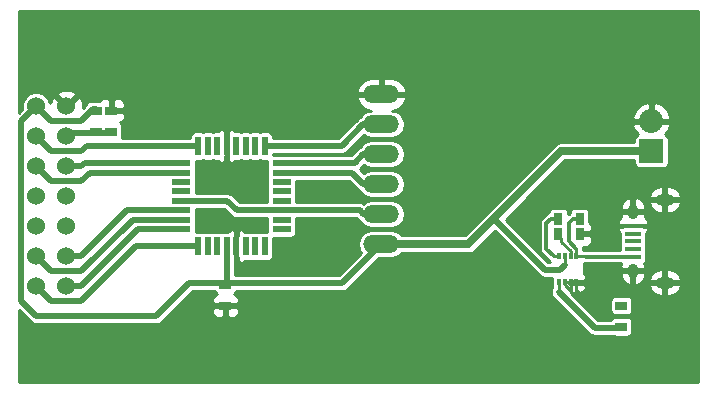
<source format=gbr>
G04 #@! TF.FileFunction,Copper,L1,Top,Signal*
%FSLAX46Y46*%
G04 Gerber Fmt 4.6, Leading zero omitted, Abs format (unit mm)*
G04 Created by KiCad (PCBNEW no-vcs-found-product) date Tue 21 Jul 2015 10:22:54 PM EEST*
%MOMM*%
G01*
G04 APERTURE LIST*
%ADD10C,0.100000*%
%ADD11C,1.524000*%
%ADD12R,1.000000X0.800000*%
%ADD13R,0.550000X1.600000*%
%ADD14R,1.600000X0.550000*%
%ADD15O,3.014980X1.506220*%
%ADD16R,0.300000X0.600000*%
%ADD17R,2.032000X2.032000*%
%ADD18O,2.032000X2.032000*%
%ADD19R,1.350000X0.400000*%
%ADD20O,0.950000X1.250000*%
%ADD21O,1.550000X1.000000*%
%ADD22R,0.800000X1.000000*%
%ADD23C,0.250000*%
%ADD24C,0.500000*%
%ADD25C,0.700000*%
%ADD26C,0.300000*%
%ADD27C,0.254000*%
G04 APERTURE END LIST*
D10*
D11*
X144780000Y-92710000D03*
X142240000Y-92710000D03*
X144780000Y-95250000D03*
X142240000Y-95250000D03*
X144780000Y-97790000D03*
X142240000Y-97790000D03*
X144780000Y-100330000D03*
X142240000Y-100330000D03*
X144780000Y-102870000D03*
X142240000Y-102870000D03*
X144780000Y-105410000D03*
X142240000Y-105410000D03*
X144780000Y-107950000D03*
X142240000Y-107950000D03*
D12*
X158242000Y-107812000D03*
X158242000Y-109612000D03*
X148590000Y-93080000D03*
X148590000Y-94880000D03*
X147320000Y-93080000D03*
X147320000Y-94880000D03*
D13*
X155950000Y-104580000D03*
X156750000Y-104580000D03*
X157550000Y-104580000D03*
X158350000Y-104580000D03*
X159150000Y-104580000D03*
X159950000Y-104580000D03*
X160750000Y-104580000D03*
X161550000Y-104580000D03*
D14*
X163000000Y-103130000D03*
X163000000Y-102330000D03*
X163000000Y-101530000D03*
X163000000Y-100730000D03*
X163000000Y-99930000D03*
X163000000Y-99130000D03*
X163000000Y-98330000D03*
X163000000Y-97530000D03*
D13*
X161550000Y-96080000D03*
X160750000Y-96080000D03*
X159950000Y-96080000D03*
X159150000Y-96080000D03*
X158350000Y-96080000D03*
X157550000Y-96080000D03*
X156750000Y-96080000D03*
X155950000Y-96080000D03*
D14*
X154500000Y-97530000D03*
X154500000Y-98330000D03*
X154500000Y-99130000D03*
X154500000Y-99930000D03*
X154500000Y-100730000D03*
X154500000Y-101530000D03*
X154500000Y-102330000D03*
X154500000Y-103130000D03*
D15*
X171450000Y-104394000D03*
X171450000Y-101854000D03*
X171450000Y-99314000D03*
X171450000Y-96774000D03*
X171450000Y-94234000D03*
X171450000Y-91694000D03*
D12*
X191770000Y-111390000D03*
X191770000Y-109590000D03*
D16*
X187960000Y-105410000D03*
X187460000Y-105410000D03*
X186960000Y-105410000D03*
X186460000Y-105410000D03*
X186460000Y-107610000D03*
X186960000Y-107610000D03*
X187460000Y-107610000D03*
X187960000Y-107610000D03*
D17*
X194310000Y-96520000D03*
D18*
X194310000Y-93980000D03*
D19*
X192747460Y-105440900D03*
X192747460Y-104790900D03*
X192747460Y-104140900D03*
X192747460Y-103490900D03*
X192747460Y-102840900D03*
D20*
X192747460Y-106640900D03*
X192747460Y-101640900D03*
D21*
X195447460Y-107640900D03*
X195447460Y-100640900D03*
D22*
X186425000Y-103505000D03*
X188225000Y-103505000D03*
X188225000Y-102235000D03*
X186425000Y-102235000D03*
D23*
X186960000Y-107610000D02*
X186960000Y-107860000D01*
X186960000Y-107860000D02*
X187460000Y-108360000D01*
X187460000Y-107610000D02*
X187460000Y-108360000D01*
X187960000Y-108460000D02*
X188000000Y-108500000D01*
X187960000Y-108460000D02*
X187960000Y-107610000D01*
X187600000Y-108500000D02*
X188000000Y-108500000D01*
X187460000Y-108360000D02*
X187600000Y-108500000D01*
X186960000Y-107610000D02*
X187460000Y-107610000D01*
D24*
X148590000Y-94980000D02*
X147320000Y-94980000D01*
X147320000Y-94980000D02*
X147304000Y-94996000D01*
X147304000Y-94996000D02*
X145034000Y-94996000D01*
X145034000Y-94996000D02*
X144780000Y-95250000D01*
X142240000Y-92710000D02*
X140970000Y-93980000D01*
X155178000Y-107712000D02*
X158242000Y-107712000D01*
X152400000Y-110490000D02*
X155178000Y-107712000D01*
X142240000Y-110490000D02*
X152400000Y-110490000D01*
X140970000Y-109220000D02*
X142240000Y-110490000D01*
X140970000Y-93980000D02*
X140970000Y-109220000D01*
X185547000Y-106553000D02*
X185293000Y-106553000D01*
X186960000Y-106156000D02*
X186563000Y-106553000D01*
X186563000Y-106553000D02*
X185547000Y-106553000D01*
D23*
X186960000Y-105410000D02*
X186960000Y-106156000D01*
D24*
X180975000Y-102235000D02*
X180340000Y-102870000D01*
X185293000Y-106553000D02*
X180975000Y-102235000D01*
D25*
X194310000Y-96520000D02*
X186690000Y-96520000D01*
X178816000Y-104394000D02*
X171450000Y-104394000D01*
X186690000Y-96520000D02*
X180340000Y-102870000D01*
X180340000Y-102870000D02*
X178816000Y-104394000D01*
D24*
X158242000Y-107712000D02*
X168132000Y-107712000D01*
X168132000Y-107712000D02*
X171450000Y-104394000D01*
X158350000Y-104580000D02*
X158350000Y-107604000D01*
X158350000Y-107604000D02*
X158242000Y-107712000D01*
X147320000Y-92980000D02*
X147050000Y-92980000D01*
X147050000Y-92980000D02*
X146050000Y-93980000D01*
X146050000Y-93980000D02*
X143510000Y-93980000D01*
X143510000Y-93980000D02*
X142240000Y-92710000D01*
X147320000Y-92980000D02*
X147304000Y-92980000D01*
X144780000Y-96520000D02*
X146050000Y-96520000D01*
X143510000Y-96520000D02*
X144780000Y-96520000D01*
X142240000Y-95250000D02*
X143510000Y-96520000D01*
X146490000Y-96080000D02*
X155950000Y-96080000D01*
X146050000Y-96520000D02*
X146490000Y-96080000D01*
X144780000Y-97790000D02*
X146050000Y-97790000D01*
X146310000Y-97530000D02*
X154500000Y-97530000D01*
X146050000Y-97790000D02*
X146310000Y-97530000D01*
X144780000Y-99060000D02*
X146050000Y-99060000D01*
X143510000Y-99060000D02*
X144780000Y-99060000D01*
X142240000Y-97790000D02*
X143510000Y-99060000D01*
X146780000Y-98330000D02*
X154500000Y-98330000D01*
X146050000Y-99060000D02*
X146780000Y-98330000D01*
X144780000Y-105410000D02*
X146050000Y-105410000D01*
X149930000Y-101530000D02*
X154500000Y-101530000D01*
X146050000Y-105410000D02*
X149930000Y-101530000D01*
X144780000Y-106680000D02*
X146050000Y-106680000D01*
X143510000Y-106680000D02*
X144780000Y-106680000D01*
X142240000Y-105410000D02*
X143510000Y-106680000D01*
X150400000Y-102330000D02*
X154500000Y-102330000D01*
X146050000Y-106680000D02*
X150400000Y-102330000D01*
X144780000Y-107950000D02*
X146050000Y-107950000D01*
X150870000Y-103130000D02*
X154500000Y-103130000D01*
X146050000Y-107950000D02*
X150870000Y-103130000D01*
X144780000Y-109220000D02*
X146050000Y-109220000D01*
X143510000Y-109220000D02*
X144780000Y-109220000D01*
X142240000Y-107950000D02*
X143510000Y-109220000D01*
X150690000Y-104580000D02*
X155950000Y-104580000D01*
X146050000Y-109220000D02*
X150690000Y-104580000D01*
X171450000Y-99314000D02*
X169926000Y-99314000D01*
X168942000Y-98330000D02*
X163000000Y-98330000D01*
X169926000Y-99314000D02*
X168942000Y-98330000D01*
X171450000Y-96774000D02*
X169926000Y-96774000D01*
X169170000Y-97530000D02*
X163000000Y-97530000D01*
X169926000Y-96774000D02*
X169170000Y-97530000D01*
X171450000Y-94234000D02*
X169926000Y-94234000D01*
X168080000Y-96080000D02*
X161550000Y-96080000D01*
X169926000Y-94234000D02*
X168080000Y-96080000D01*
X171450000Y-101854000D02*
X169926000Y-101854000D01*
X169602000Y-101530000D02*
X163000000Y-101530000D01*
X169926000Y-101854000D02*
X169602000Y-101530000D01*
X154500000Y-100730000D02*
X158388000Y-100730000D01*
X159188000Y-101530000D02*
X163000000Y-101530000D01*
X158388000Y-100730000D02*
X159188000Y-101530000D01*
D23*
X186460000Y-107610000D02*
X186460000Y-108434000D01*
D24*
X189516000Y-111490000D02*
X191770000Y-111490000D01*
X186460000Y-108434000D02*
X189516000Y-111490000D01*
D26*
X192747460Y-105440900D02*
X188752900Y-105440900D01*
D23*
X188722000Y-105410000D02*
X187960000Y-105410000D01*
X188752900Y-105440900D02*
X188722000Y-105410000D01*
D26*
X188325000Y-102235000D02*
X187706000Y-102235000D01*
D23*
X187960000Y-104775000D02*
X187960000Y-105410000D01*
D26*
X187325000Y-104140000D02*
X187960000Y-104775000D01*
X187325000Y-102616000D02*
X187325000Y-104140000D01*
X187706000Y-102235000D02*
X187325000Y-102616000D01*
D23*
X187460000Y-105410000D02*
X187460000Y-104946754D01*
X186690000Y-104176754D02*
X186690000Y-103870000D01*
X187460000Y-104946754D02*
X186690000Y-104176754D01*
X186690000Y-103870000D02*
X186325000Y-103505000D01*
D26*
X186325000Y-102235000D02*
X185801000Y-102235000D01*
D23*
X186055000Y-105410000D02*
X186460000Y-105410000D01*
D26*
X185420000Y-104775000D02*
X186055000Y-105410000D01*
X185420000Y-102616000D02*
X185420000Y-104775000D01*
X185801000Y-102235000D02*
X185420000Y-102616000D01*
D27*
G36*
X198273000Y-116073000D02*
X140727000Y-116073000D01*
X140727000Y-109934422D01*
X141761289Y-110968711D01*
X141980923Y-111115466D01*
X142240000Y-111167000D01*
X152400000Y-111167000D01*
X152659077Y-111115466D01*
X152878711Y-110968711D01*
X153949672Y-109897750D01*
X157107000Y-109897750D01*
X157107000Y-110138309D01*
X157203673Y-110371698D01*
X157382301Y-110550327D01*
X157615690Y-110647000D01*
X157956250Y-110647000D01*
X158115000Y-110488250D01*
X158115000Y-109739000D01*
X158369000Y-109739000D01*
X158369000Y-110488250D01*
X158527750Y-110647000D01*
X158868310Y-110647000D01*
X159101699Y-110550327D01*
X159280327Y-110371698D01*
X159377000Y-110138309D01*
X159377000Y-109897750D01*
X159218250Y-109739000D01*
X158369000Y-109739000D01*
X158115000Y-109739000D01*
X158115000Y-109739000D01*
X157265750Y-109739000D01*
X157107000Y-109897750D01*
X153949672Y-109897750D01*
X155458422Y-108389000D01*
X157347543Y-108389000D01*
X157432224Y-108517912D01*
X157556242Y-108601624D01*
X157382301Y-108673673D01*
X157203673Y-108852302D01*
X157107000Y-109085691D01*
X157107000Y-109326250D01*
X157265750Y-109485000D01*
X158115000Y-109485000D01*
X158115000Y-109465000D01*
X158369000Y-109465000D01*
X158369000Y-109485000D01*
X159218250Y-109485000D01*
X159377000Y-109326250D01*
X159377000Y-109085691D01*
X159280327Y-108852302D01*
X159101699Y-108673673D01*
X158926899Y-108601268D01*
X159047912Y-108521776D01*
X159137536Y-108389000D01*
X168132000Y-108389000D01*
X168391077Y-108337466D01*
X168610711Y-108190711D01*
X171227313Y-105574110D01*
X172242279Y-105574110D01*
X172693888Y-105484279D01*
X173076743Y-105228464D01*
X173115139Y-105171000D01*
X178816000Y-105171000D01*
X179113345Y-105111854D01*
X179365422Y-104943422D01*
X181045711Y-103263133D01*
X184814289Y-107031711D01*
X185033923Y-107178466D01*
X185293000Y-107230000D01*
X185890679Y-107230000D01*
X185874635Y-107310000D01*
X185874635Y-107910000D01*
X185905445Y-108068798D01*
X185834534Y-108174924D01*
X185783000Y-108434000D01*
X185834534Y-108693076D01*
X185981289Y-108912711D01*
X189037289Y-111968712D01*
X189256924Y-112115467D01*
X189516000Y-112167000D01*
X191065539Y-112167000D01*
X191102132Y-112191700D01*
X191270000Y-112225365D01*
X192270000Y-112225365D01*
X192432814Y-112193776D01*
X192575912Y-112099776D01*
X192671700Y-111957868D01*
X192705365Y-111790000D01*
X192705365Y-110990000D01*
X192673776Y-110827186D01*
X192579776Y-110684088D01*
X192437868Y-110588300D01*
X192270000Y-110554635D01*
X191270000Y-110554635D01*
X191107186Y-110586224D01*
X190964088Y-110680224D01*
X190874464Y-110813000D01*
X189796423Y-110813000D01*
X188173423Y-109190000D01*
X190834635Y-109190000D01*
X190834635Y-109990000D01*
X190866224Y-110152814D01*
X190960224Y-110295912D01*
X191102132Y-110391700D01*
X191270000Y-110425365D01*
X192270000Y-110425365D01*
X192432814Y-110393776D01*
X192575912Y-110299776D01*
X192671700Y-110157868D01*
X192705365Y-109990000D01*
X192705365Y-109190000D01*
X192673776Y-109027186D01*
X192579776Y-108884088D01*
X192437868Y-108788300D01*
X192270000Y-108754635D01*
X191270000Y-108754635D01*
X191107186Y-108786224D01*
X190964088Y-108880224D01*
X190868300Y-109022132D01*
X190834635Y-109190000D01*
X188173423Y-109190000D01*
X187528422Y-108545000D01*
X187587002Y-108545000D01*
X187587002Y-108504950D01*
X187683691Y-108545000D01*
X187736309Y-108545000D01*
X187969698Y-108448327D01*
X188035000Y-108383025D01*
X188035000Y-108386250D01*
X188193750Y-108545000D01*
X188236309Y-108545000D01*
X188469698Y-108448327D01*
X188648327Y-108269699D01*
X188745000Y-108036310D01*
X188745000Y-107942774D01*
X194078341Y-107942774D01*
X194280092Y-108353663D01*
X194620782Y-108640902D01*
X195045460Y-108775900D01*
X195320460Y-108775900D01*
X195320460Y-107767900D01*
X195574460Y-107767900D01*
X195574460Y-108775900D01*
X195849460Y-108775900D01*
X196274138Y-108640902D01*
X196614828Y-108353663D01*
X196816579Y-107942774D01*
X196690414Y-107767900D01*
X195574460Y-107767900D01*
X195320460Y-107767900D01*
X195320460Y-107767900D01*
X194204506Y-107767900D01*
X194078341Y-107942774D01*
X188745000Y-107942774D01*
X188745000Y-107895750D01*
X188586250Y-107737000D01*
X187313000Y-107737000D01*
X187313000Y-107483000D01*
X188586250Y-107483000D01*
X188745000Y-107324250D01*
X188745000Y-107183690D01*
X188648327Y-106950301D01*
X188640057Y-106942031D01*
X191646231Y-106942031D01*
X191787892Y-107351949D01*
X192075639Y-107676452D01*
X192449522Y-107860168D01*
X192620460Y-107733634D01*
X192620460Y-106767900D01*
X192874460Y-106767900D01*
X192874460Y-107733634D01*
X193045398Y-107860168D01*
X193419281Y-107676452D01*
X193707028Y-107351949D01*
X193711493Y-107339026D01*
X194078341Y-107339026D01*
X194204506Y-107513900D01*
X195320460Y-107513900D01*
X195320460Y-106505900D01*
X195574460Y-106505900D01*
X195574460Y-107513900D01*
X196690414Y-107513900D01*
X196816579Y-107339026D01*
X196614828Y-106928137D01*
X196274138Y-106640898D01*
X195849460Y-106505900D01*
X195574460Y-106505900D01*
X195320460Y-106505900D01*
X195320460Y-106505900D01*
X195045460Y-106505900D01*
X194620782Y-106640898D01*
X194280092Y-106928137D01*
X194078341Y-107339026D01*
X193711493Y-107339026D01*
X193848689Y-106942031D01*
X193700023Y-106767900D01*
X192874460Y-106767900D01*
X192620460Y-106767900D01*
X192620460Y-106767900D01*
X191794897Y-106767900D01*
X191646231Y-106942031D01*
X188640057Y-106942031D01*
X188627000Y-106928974D01*
X188627000Y-105992857D01*
X188752900Y-106017900D01*
X191757464Y-106017900D01*
X191646231Y-106339769D01*
X191794897Y-106513900D01*
X192620460Y-106513900D01*
X192620460Y-106493900D01*
X192874460Y-106493900D01*
X192874460Y-106513900D01*
X193700023Y-106513900D01*
X193848689Y-106339769D01*
X193716842Y-105958250D01*
X193728372Y-105950676D01*
X193824160Y-105808768D01*
X193857825Y-105640900D01*
X193857825Y-105240900D01*
X193833172Y-105113833D01*
X193857825Y-104990900D01*
X193857825Y-104590900D01*
X193833172Y-104463833D01*
X193857825Y-104340900D01*
X193857825Y-103940900D01*
X193833172Y-103813833D01*
X193857825Y-103690900D01*
X193857825Y-103503560D01*
X193960787Y-103400599D01*
X194057460Y-103167210D01*
X194057460Y-103099650D01*
X193898710Y-102940900D01*
X193666921Y-102940900D01*
X193590328Y-102889200D01*
X193422460Y-102855535D01*
X193054827Y-102855535D01*
X193288122Y-102740900D01*
X193898710Y-102740900D01*
X194057460Y-102582150D01*
X194057460Y-102514590D01*
X193960787Y-102281201D01*
X193790370Y-102110785D01*
X193848689Y-101942031D01*
X193700023Y-101767900D01*
X192874460Y-101767900D01*
X192874460Y-101787900D01*
X192620460Y-101787900D01*
X192620460Y-101767900D01*
X191794897Y-101767900D01*
X191646231Y-101942031D01*
X191704550Y-102110785D01*
X191534133Y-102281201D01*
X191437460Y-102514590D01*
X191437460Y-102582150D01*
X191596210Y-102740900D01*
X192206798Y-102740900D01*
X192440093Y-102855535D01*
X192072460Y-102855535D01*
X191909646Y-102887124D01*
X191827782Y-102940900D01*
X191596210Y-102940900D01*
X191437460Y-103099650D01*
X191437460Y-103167210D01*
X191534133Y-103400599D01*
X191637095Y-103503560D01*
X191637095Y-103690900D01*
X191661748Y-103817967D01*
X191637095Y-103940900D01*
X191637095Y-104340900D01*
X191661748Y-104467967D01*
X191637095Y-104590900D01*
X191637095Y-104863900D01*
X188752900Y-104863900D01*
X188752281Y-104864023D01*
X188722000Y-104858000D01*
X188520491Y-104858000D01*
X188537001Y-104775000D01*
X188509997Y-104639247D01*
X188510750Y-104640000D01*
X188751309Y-104640000D01*
X188984698Y-104543327D01*
X189163327Y-104364699D01*
X189260000Y-104131310D01*
X189260000Y-103790750D01*
X189101250Y-103632000D01*
X188352000Y-103632000D01*
X188352000Y-103652000D01*
X188098000Y-103652000D01*
X188098000Y-103632000D01*
X188078000Y-103632000D01*
X188078000Y-103378000D01*
X188098000Y-103378000D01*
X188098000Y-103358000D01*
X188352000Y-103358000D01*
X188352000Y-103378000D01*
X189101250Y-103378000D01*
X189260000Y-103219250D01*
X189260000Y-102878690D01*
X189163327Y-102645301D01*
X189060365Y-102542340D01*
X189060365Y-101735000D01*
X189028776Y-101572186D01*
X188934776Y-101429088D01*
X188802452Y-101339769D01*
X191646231Y-101339769D01*
X191794897Y-101513900D01*
X192620460Y-101513900D01*
X192620460Y-100548166D01*
X192874460Y-100548166D01*
X192874460Y-101513900D01*
X193700023Y-101513900D01*
X193848689Y-101339769D01*
X193711494Y-100942774D01*
X194078341Y-100942774D01*
X194280092Y-101353663D01*
X194620782Y-101640902D01*
X195045460Y-101775900D01*
X195320460Y-101775900D01*
X195320460Y-100767900D01*
X195574460Y-100767900D01*
X195574460Y-101775900D01*
X195849460Y-101775900D01*
X196274138Y-101640902D01*
X196614828Y-101353663D01*
X196816579Y-100942774D01*
X196690414Y-100767900D01*
X195574460Y-100767900D01*
X195320460Y-100767900D01*
X195320460Y-100767900D01*
X194204506Y-100767900D01*
X194078341Y-100942774D01*
X193711494Y-100942774D01*
X193707028Y-100929851D01*
X193419281Y-100605348D01*
X193045398Y-100421632D01*
X192874460Y-100548166D01*
X192620460Y-100548166D01*
X192620460Y-100548166D01*
X192449522Y-100421632D01*
X192075639Y-100605348D01*
X191787892Y-100929851D01*
X191646231Y-101339769D01*
X188802452Y-101339769D01*
X188792868Y-101333300D01*
X188625000Y-101299635D01*
X187825000Y-101299635D01*
X187662186Y-101331224D01*
X187519088Y-101425224D01*
X187423300Y-101567132D01*
X187389635Y-101735000D01*
X187389635Y-101765770D01*
X187297999Y-101826999D01*
X187297997Y-101827002D01*
X187260365Y-101864634D01*
X187260365Y-101735000D01*
X187228776Y-101572186D01*
X187134776Y-101429088D01*
X186992868Y-101333300D01*
X186825000Y-101299635D01*
X186025000Y-101299635D01*
X185862186Y-101331224D01*
X185719088Y-101425224D01*
X185623300Y-101567132D01*
X185596937Y-101698591D01*
X185580192Y-101701922D01*
X185392999Y-101826999D01*
X185392997Y-101827002D01*
X185011999Y-102207999D01*
X184886922Y-102395192D01*
X184842999Y-102616000D01*
X184843000Y-102616005D01*
X184843000Y-104774995D01*
X184842999Y-104775000D01*
X184886922Y-104995808D01*
X185011999Y-105183001D01*
X185647000Y-105818001D01*
X185733802Y-105876000D01*
X185573422Y-105876000D01*
X182003133Y-102305711D01*
X183969818Y-100339026D01*
X194078341Y-100339026D01*
X194204506Y-100513900D01*
X195320460Y-100513900D01*
X195320460Y-99505900D01*
X195574460Y-99505900D01*
X195574460Y-100513900D01*
X196690414Y-100513900D01*
X196816579Y-100339026D01*
X196614828Y-99928137D01*
X196274138Y-99640898D01*
X195849460Y-99505900D01*
X195574460Y-99505900D01*
X195320460Y-99505900D01*
X195320460Y-99505900D01*
X195045460Y-99505900D01*
X194620782Y-99640898D01*
X194280092Y-99928137D01*
X194078341Y-100339026D01*
X183969818Y-100339026D01*
X187011844Y-97297000D01*
X192858635Y-97297000D01*
X192858635Y-97536000D01*
X192890224Y-97698814D01*
X192984224Y-97841912D01*
X193126132Y-97937700D01*
X193294000Y-97971365D01*
X195326000Y-97971365D01*
X195488814Y-97939776D01*
X195631912Y-97845776D01*
X195727700Y-97703868D01*
X195761365Y-97536000D01*
X195761365Y-95504000D01*
X195729776Y-95341186D01*
X195635776Y-95198088D01*
X195493868Y-95102300D01*
X195480180Y-95099555D01*
X195716385Y-94844818D01*
X195915975Y-94362944D01*
X195796836Y-94107000D01*
X194437000Y-94107000D01*
X194437000Y-94127000D01*
X194183000Y-94127000D01*
X194183000Y-94107000D01*
X192823164Y-94107000D01*
X192704025Y-94362944D01*
X192903615Y-94844818D01*
X193139030Y-95098702D01*
X193131186Y-95100224D01*
X192988088Y-95194224D01*
X192892300Y-95336132D01*
X192858635Y-95504000D01*
X192858635Y-95743000D01*
X186690000Y-95743000D01*
X186392655Y-95802146D01*
X186140578Y-95970578D01*
X178494156Y-103617000D01*
X173115139Y-103617000D01*
X173076743Y-103559536D01*
X172693888Y-103303721D01*
X172242279Y-103213890D01*
X170657721Y-103213890D01*
X170206112Y-103303721D01*
X169823257Y-103559536D01*
X169567442Y-103942391D01*
X169477611Y-104394000D01*
X169567442Y-104845609D01*
X169757110Y-105129468D01*
X167851578Y-107035000D01*
X159027000Y-107035000D01*
X159027000Y-105546372D01*
X159060365Y-105380000D01*
X159060365Y-103780000D01*
X159028776Y-103617186D01*
X159023000Y-103608393D01*
X159023000Y-103303750D01*
X158864250Y-103145000D01*
X158748690Y-103145000D01*
X158515301Y-103241673D01*
X158412340Y-103344635D01*
X158075000Y-103344635D01*
X157947933Y-103369288D01*
X157825000Y-103344635D01*
X157275000Y-103344635D01*
X157147933Y-103369288D01*
X157025000Y-103344635D01*
X156475000Y-103344635D01*
X156347933Y-103369288D01*
X156225000Y-103344635D01*
X155735365Y-103344635D01*
X155735365Y-102855000D01*
X155710712Y-102727933D01*
X155735365Y-102605000D01*
X155735365Y-102055000D01*
X155710712Y-101927933D01*
X155735365Y-101805000D01*
X155735365Y-101407000D01*
X158107578Y-101407000D01*
X158709289Y-102008711D01*
X158928923Y-102155466D01*
X159188000Y-102207000D01*
X161764635Y-102207000D01*
X161764635Y-102605000D01*
X161789288Y-102732067D01*
X161764635Y-102855000D01*
X161764635Y-103344635D01*
X161275000Y-103344635D01*
X161147933Y-103369288D01*
X161025000Y-103344635D01*
X160475000Y-103344635D01*
X160347933Y-103369288D01*
X160225000Y-103344635D01*
X159887660Y-103344635D01*
X159784699Y-103241673D01*
X159551310Y-103145000D01*
X159435750Y-103145000D01*
X159277000Y-103303750D01*
X159277000Y-103606651D01*
X159273300Y-103612132D01*
X159239635Y-103780000D01*
X159239635Y-105380000D01*
X159271224Y-105542814D01*
X159277000Y-105551607D01*
X159277000Y-105856250D01*
X159435750Y-106015000D01*
X159551310Y-106015000D01*
X159784699Y-105918327D01*
X159887660Y-105815365D01*
X160225000Y-105815365D01*
X160352067Y-105790712D01*
X160475000Y-105815365D01*
X161025000Y-105815365D01*
X161152067Y-105790712D01*
X161275000Y-105815365D01*
X161825000Y-105815365D01*
X161987814Y-105783776D01*
X162130912Y-105689776D01*
X162226700Y-105547868D01*
X162260365Y-105380000D01*
X162260365Y-103840365D01*
X163800000Y-103840365D01*
X163962814Y-103808776D01*
X164105912Y-103714776D01*
X164201700Y-103572868D01*
X164235365Y-103405000D01*
X164235365Y-102855000D01*
X164210712Y-102727933D01*
X164235365Y-102605000D01*
X164235365Y-102207000D01*
X169321578Y-102207000D01*
X169447289Y-102332711D01*
X169666923Y-102479466D01*
X169686167Y-102483294D01*
X169823257Y-102688464D01*
X170206112Y-102944279D01*
X170657721Y-103034110D01*
X172242279Y-103034110D01*
X172693888Y-102944279D01*
X173076743Y-102688464D01*
X173332558Y-102305609D01*
X173422389Y-101854000D01*
X173332558Y-101402391D01*
X173076743Y-101019536D01*
X172693888Y-100763721D01*
X172242279Y-100673890D01*
X170657721Y-100673890D01*
X170206112Y-100763721D01*
X169928223Y-100949400D01*
X169861077Y-100904534D01*
X169602000Y-100853000D01*
X164235365Y-100853000D01*
X164235365Y-100455000D01*
X164210712Y-100327933D01*
X164235365Y-100205000D01*
X164235365Y-99655000D01*
X164210712Y-99527933D01*
X164235365Y-99405000D01*
X164235365Y-99007000D01*
X168661578Y-99007000D01*
X169447289Y-99792711D01*
X169666923Y-99939466D01*
X169686167Y-99943294D01*
X169823257Y-100148464D01*
X170206112Y-100404279D01*
X170657721Y-100494110D01*
X172242279Y-100494110D01*
X172693888Y-100404279D01*
X173076743Y-100148464D01*
X173332558Y-99765609D01*
X173422389Y-99314000D01*
X173332558Y-98862391D01*
X173076743Y-98479536D01*
X172693888Y-98223721D01*
X172242279Y-98133890D01*
X170657721Y-98133890D01*
X170206112Y-98223721D01*
X169958555Y-98389133D01*
X169606403Y-98036981D01*
X169648711Y-98008711D01*
X169958555Y-97698867D01*
X170206112Y-97864279D01*
X170657721Y-97954110D01*
X172242279Y-97954110D01*
X172693888Y-97864279D01*
X173076743Y-97608464D01*
X173332558Y-97225609D01*
X173422389Y-96774000D01*
X173332558Y-96322391D01*
X173076743Y-95939536D01*
X172693888Y-95683721D01*
X172242279Y-95593890D01*
X170657721Y-95593890D01*
X170206112Y-95683721D01*
X169823257Y-95939536D01*
X169686167Y-96144706D01*
X169666923Y-96148534D01*
X169579423Y-96207000D01*
X169447288Y-96295289D01*
X168889578Y-96853000D01*
X163966372Y-96853000D01*
X163800000Y-96819635D01*
X162260365Y-96819635D01*
X162260365Y-96757000D01*
X168080000Y-96757000D01*
X168339077Y-96705466D01*
X168558711Y-96558711D01*
X169958555Y-95158867D01*
X170206112Y-95324279D01*
X170657721Y-95414110D01*
X172242279Y-95414110D01*
X172693888Y-95324279D01*
X173076743Y-95068464D01*
X173332558Y-94685609D01*
X173422389Y-94234000D01*
X173332558Y-93782391D01*
X173208722Y-93597056D01*
X192704025Y-93597056D01*
X192823164Y-93853000D01*
X194183000Y-93853000D01*
X194183000Y-92492633D01*
X194437000Y-92492633D01*
X194437000Y-93853000D01*
X195796836Y-93853000D01*
X195915975Y-93597056D01*
X195716385Y-93115182D01*
X195278379Y-92642812D01*
X194692946Y-92374017D01*
X194437000Y-92492633D01*
X194183000Y-92492633D01*
X194183000Y-92492633D01*
X193927054Y-92374017D01*
X193341621Y-92642812D01*
X192903615Y-93115182D01*
X192704025Y-93597056D01*
X173208722Y-93597056D01*
X173076743Y-93399536D01*
X172693888Y-93143721D01*
X172352598Y-93075834D01*
X172852919Y-92927846D01*
X173275724Y-92585740D01*
X173535427Y-92107875D01*
X173549783Y-92035674D01*
X173427162Y-91821000D01*
X171577000Y-91821000D01*
X171577000Y-91841000D01*
X171323000Y-91841000D01*
X171323000Y-91821000D01*
X169472838Y-91821000D01*
X169350217Y-92035674D01*
X169364573Y-92107875D01*
X169624276Y-92585740D01*
X170047081Y-92927846D01*
X170547402Y-93075834D01*
X170206112Y-93143721D01*
X169823257Y-93399536D01*
X169686167Y-93604706D01*
X169666923Y-93608534D01*
X169498721Y-93720923D01*
X169447289Y-93755289D01*
X167799578Y-95403000D01*
X162260365Y-95403000D01*
X162260365Y-95280000D01*
X162228776Y-95117186D01*
X162134776Y-94974088D01*
X161992868Y-94878300D01*
X161825000Y-94844635D01*
X161275000Y-94844635D01*
X161147933Y-94869288D01*
X161025000Y-94844635D01*
X160475000Y-94844635D01*
X160347933Y-94869288D01*
X160225000Y-94844635D01*
X159675000Y-94844635D01*
X159547933Y-94869288D01*
X159425000Y-94844635D01*
X159087660Y-94844635D01*
X158984699Y-94741673D01*
X158751310Y-94645000D01*
X158635750Y-94645000D01*
X158477000Y-94803750D01*
X158477000Y-95106651D01*
X158473300Y-95112132D01*
X158439635Y-95280000D01*
X158439635Y-96880000D01*
X158471224Y-97042814D01*
X158477000Y-97051607D01*
X158477000Y-97356250D01*
X158635750Y-97515000D01*
X158751310Y-97515000D01*
X158984699Y-97418327D01*
X159087660Y-97315365D01*
X159425000Y-97315365D01*
X159552067Y-97290712D01*
X159675000Y-97315365D01*
X160225000Y-97315365D01*
X160352067Y-97290712D01*
X160475000Y-97315365D01*
X161025000Y-97315365D01*
X161152067Y-97290712D01*
X161275000Y-97315365D01*
X161764635Y-97315365D01*
X161764635Y-97805000D01*
X161789288Y-97932067D01*
X161764635Y-98055000D01*
X161764635Y-98605000D01*
X161789288Y-98732067D01*
X161764635Y-98855000D01*
X161764635Y-99405000D01*
X161789288Y-99532067D01*
X161764635Y-99655000D01*
X161764635Y-100205000D01*
X161789288Y-100332067D01*
X161764635Y-100455000D01*
X161764635Y-100853000D01*
X159468422Y-100853000D01*
X158866711Y-100251289D01*
X158647077Y-100104534D01*
X158388000Y-100053000D01*
X155735365Y-100053000D01*
X155735365Y-99655000D01*
X155710712Y-99527933D01*
X155735365Y-99405000D01*
X155735365Y-98855000D01*
X155710712Y-98727933D01*
X155735365Y-98605000D01*
X155735365Y-98055000D01*
X155710712Y-97927933D01*
X155735365Y-97805000D01*
X155735365Y-97315365D01*
X156225000Y-97315365D01*
X156352067Y-97290712D01*
X156475000Y-97315365D01*
X157025000Y-97315365D01*
X157152067Y-97290712D01*
X157275000Y-97315365D01*
X157612340Y-97315365D01*
X157715301Y-97418327D01*
X157948690Y-97515000D01*
X158064250Y-97515000D01*
X158223000Y-97356250D01*
X158223000Y-97053349D01*
X158226700Y-97047868D01*
X158260365Y-96880000D01*
X158260365Y-95280000D01*
X158228776Y-95117186D01*
X158223000Y-95108393D01*
X158223000Y-94803750D01*
X158064250Y-94645000D01*
X157948690Y-94645000D01*
X157715301Y-94741673D01*
X157612340Y-94844635D01*
X157275000Y-94844635D01*
X157147933Y-94869288D01*
X157025000Y-94844635D01*
X156475000Y-94844635D01*
X156347933Y-94869288D01*
X156225000Y-94844635D01*
X155675000Y-94844635D01*
X155512186Y-94876224D01*
X155369088Y-94970224D01*
X155273300Y-95112132D01*
X155239635Y-95280000D01*
X155239635Y-95403000D01*
X149500698Y-95403000D01*
X149525365Y-95280000D01*
X149525365Y-94480000D01*
X149493776Y-94317186D01*
X149399776Y-94174088D01*
X149275758Y-94090376D01*
X149449699Y-94018327D01*
X149628327Y-93839698D01*
X149725000Y-93606309D01*
X149725000Y-93365750D01*
X149566250Y-93207000D01*
X148717000Y-93207000D01*
X148717000Y-93227000D01*
X148463000Y-93227000D01*
X148463000Y-93207000D01*
X148443000Y-93207000D01*
X148443000Y-92953000D01*
X148463000Y-92953000D01*
X148463000Y-92203750D01*
X148717000Y-92203750D01*
X148717000Y-92953000D01*
X149566250Y-92953000D01*
X149725000Y-92794250D01*
X149725000Y-92553691D01*
X149628327Y-92320302D01*
X149449699Y-92141673D01*
X149216310Y-92045000D01*
X148875750Y-92045000D01*
X148717000Y-92203750D01*
X148463000Y-92203750D01*
X148463000Y-92203750D01*
X148304250Y-92045000D01*
X147963690Y-92045000D01*
X147730301Y-92141673D01*
X147627340Y-92244635D01*
X146820000Y-92244635D01*
X146657186Y-92276224D01*
X146514088Y-92370224D01*
X146418300Y-92512132D01*
X146384635Y-92680000D01*
X146384635Y-92687942D01*
X146187511Y-92885067D01*
X146161362Y-92362632D01*
X146002397Y-91978857D01*
X145760213Y-91909392D01*
X144959605Y-92710000D01*
X144973748Y-92724143D01*
X144794143Y-92903748D01*
X144780000Y-92889605D01*
X144765858Y-92903748D01*
X144586253Y-92724143D01*
X144600395Y-92710000D01*
X143799787Y-91909392D01*
X143557603Y-91978857D01*
X143403210Y-92411615D01*
X143248573Y-92037365D01*
X142941531Y-91729787D01*
X143979392Y-91729787D01*
X144780000Y-92530395D01*
X145580608Y-91729787D01*
X145511143Y-91487603D01*
X145131967Y-91352326D01*
X169350217Y-91352326D01*
X169472838Y-91567000D01*
X171323000Y-91567000D01*
X171323000Y-90305890D01*
X171577000Y-90305890D01*
X171577000Y-91567000D01*
X173427162Y-91567000D01*
X173549783Y-91352326D01*
X173535427Y-91280125D01*
X173275724Y-90802260D01*
X172852919Y-90460154D01*
X172331380Y-90305890D01*
X171577000Y-90305890D01*
X171323000Y-90305890D01*
X171323000Y-90305890D01*
X170568620Y-90305890D01*
X170047081Y-90460154D01*
X169624276Y-90802260D01*
X169364573Y-91280125D01*
X169350217Y-91352326D01*
X145131967Y-91352326D01*
X144987698Y-91300856D01*
X144432632Y-91328638D01*
X144048857Y-91487603D01*
X143979392Y-91729787D01*
X142941531Y-91729787D01*
X142914394Y-91702603D01*
X142477544Y-91521207D01*
X142004531Y-91520794D01*
X141567365Y-91701427D01*
X141232603Y-92035606D01*
X141051207Y-92472456D01*
X141050797Y-92941781D01*
X140727000Y-93265578D01*
X140727000Y-84627000D01*
X198273000Y-84627000D01*
X198273000Y-116073000D01*
X198273000Y-116073000D01*
G37*
X198273000Y-116073000D02*
X140727000Y-116073000D01*
X140727000Y-109934422D01*
X141761289Y-110968711D01*
X141980923Y-111115466D01*
X142240000Y-111167000D01*
X152400000Y-111167000D01*
X152659077Y-111115466D01*
X152878711Y-110968711D01*
X153949672Y-109897750D01*
X157107000Y-109897750D01*
X157107000Y-110138309D01*
X157203673Y-110371698D01*
X157382301Y-110550327D01*
X157615690Y-110647000D01*
X157956250Y-110647000D01*
X158115000Y-110488250D01*
X158115000Y-109739000D01*
X158369000Y-109739000D01*
X158369000Y-110488250D01*
X158527750Y-110647000D01*
X158868310Y-110647000D01*
X159101699Y-110550327D01*
X159280327Y-110371698D01*
X159377000Y-110138309D01*
X159377000Y-109897750D01*
X159218250Y-109739000D01*
X158369000Y-109739000D01*
X158115000Y-109739000D01*
X158115000Y-109739000D01*
X157265750Y-109739000D01*
X157107000Y-109897750D01*
X153949672Y-109897750D01*
X155458422Y-108389000D01*
X157347543Y-108389000D01*
X157432224Y-108517912D01*
X157556242Y-108601624D01*
X157382301Y-108673673D01*
X157203673Y-108852302D01*
X157107000Y-109085691D01*
X157107000Y-109326250D01*
X157265750Y-109485000D01*
X158115000Y-109485000D01*
X158115000Y-109465000D01*
X158369000Y-109465000D01*
X158369000Y-109485000D01*
X159218250Y-109485000D01*
X159377000Y-109326250D01*
X159377000Y-109085691D01*
X159280327Y-108852302D01*
X159101699Y-108673673D01*
X158926899Y-108601268D01*
X159047912Y-108521776D01*
X159137536Y-108389000D01*
X168132000Y-108389000D01*
X168391077Y-108337466D01*
X168610711Y-108190711D01*
X171227313Y-105574110D01*
X172242279Y-105574110D01*
X172693888Y-105484279D01*
X173076743Y-105228464D01*
X173115139Y-105171000D01*
X178816000Y-105171000D01*
X179113345Y-105111854D01*
X179365422Y-104943422D01*
X181045711Y-103263133D01*
X184814289Y-107031711D01*
X185033923Y-107178466D01*
X185293000Y-107230000D01*
X185890679Y-107230000D01*
X185874635Y-107310000D01*
X185874635Y-107910000D01*
X185905445Y-108068798D01*
X185834534Y-108174924D01*
X185783000Y-108434000D01*
X185834534Y-108693076D01*
X185981289Y-108912711D01*
X189037289Y-111968712D01*
X189256924Y-112115467D01*
X189516000Y-112167000D01*
X191065539Y-112167000D01*
X191102132Y-112191700D01*
X191270000Y-112225365D01*
X192270000Y-112225365D01*
X192432814Y-112193776D01*
X192575912Y-112099776D01*
X192671700Y-111957868D01*
X192705365Y-111790000D01*
X192705365Y-110990000D01*
X192673776Y-110827186D01*
X192579776Y-110684088D01*
X192437868Y-110588300D01*
X192270000Y-110554635D01*
X191270000Y-110554635D01*
X191107186Y-110586224D01*
X190964088Y-110680224D01*
X190874464Y-110813000D01*
X189796423Y-110813000D01*
X188173423Y-109190000D01*
X190834635Y-109190000D01*
X190834635Y-109990000D01*
X190866224Y-110152814D01*
X190960224Y-110295912D01*
X191102132Y-110391700D01*
X191270000Y-110425365D01*
X192270000Y-110425365D01*
X192432814Y-110393776D01*
X192575912Y-110299776D01*
X192671700Y-110157868D01*
X192705365Y-109990000D01*
X192705365Y-109190000D01*
X192673776Y-109027186D01*
X192579776Y-108884088D01*
X192437868Y-108788300D01*
X192270000Y-108754635D01*
X191270000Y-108754635D01*
X191107186Y-108786224D01*
X190964088Y-108880224D01*
X190868300Y-109022132D01*
X190834635Y-109190000D01*
X188173423Y-109190000D01*
X187528422Y-108545000D01*
X187587002Y-108545000D01*
X187587002Y-108504950D01*
X187683691Y-108545000D01*
X187736309Y-108545000D01*
X187969698Y-108448327D01*
X188035000Y-108383025D01*
X188035000Y-108386250D01*
X188193750Y-108545000D01*
X188236309Y-108545000D01*
X188469698Y-108448327D01*
X188648327Y-108269699D01*
X188745000Y-108036310D01*
X188745000Y-107942774D01*
X194078341Y-107942774D01*
X194280092Y-108353663D01*
X194620782Y-108640902D01*
X195045460Y-108775900D01*
X195320460Y-108775900D01*
X195320460Y-107767900D01*
X195574460Y-107767900D01*
X195574460Y-108775900D01*
X195849460Y-108775900D01*
X196274138Y-108640902D01*
X196614828Y-108353663D01*
X196816579Y-107942774D01*
X196690414Y-107767900D01*
X195574460Y-107767900D01*
X195320460Y-107767900D01*
X195320460Y-107767900D01*
X194204506Y-107767900D01*
X194078341Y-107942774D01*
X188745000Y-107942774D01*
X188745000Y-107895750D01*
X188586250Y-107737000D01*
X187313000Y-107737000D01*
X187313000Y-107483000D01*
X188586250Y-107483000D01*
X188745000Y-107324250D01*
X188745000Y-107183690D01*
X188648327Y-106950301D01*
X188640057Y-106942031D01*
X191646231Y-106942031D01*
X191787892Y-107351949D01*
X192075639Y-107676452D01*
X192449522Y-107860168D01*
X192620460Y-107733634D01*
X192620460Y-106767900D01*
X192874460Y-106767900D01*
X192874460Y-107733634D01*
X193045398Y-107860168D01*
X193419281Y-107676452D01*
X193707028Y-107351949D01*
X193711493Y-107339026D01*
X194078341Y-107339026D01*
X194204506Y-107513900D01*
X195320460Y-107513900D01*
X195320460Y-106505900D01*
X195574460Y-106505900D01*
X195574460Y-107513900D01*
X196690414Y-107513900D01*
X196816579Y-107339026D01*
X196614828Y-106928137D01*
X196274138Y-106640898D01*
X195849460Y-106505900D01*
X195574460Y-106505900D01*
X195320460Y-106505900D01*
X195320460Y-106505900D01*
X195045460Y-106505900D01*
X194620782Y-106640898D01*
X194280092Y-106928137D01*
X194078341Y-107339026D01*
X193711493Y-107339026D01*
X193848689Y-106942031D01*
X193700023Y-106767900D01*
X192874460Y-106767900D01*
X192620460Y-106767900D01*
X192620460Y-106767900D01*
X191794897Y-106767900D01*
X191646231Y-106942031D01*
X188640057Y-106942031D01*
X188627000Y-106928974D01*
X188627000Y-105992857D01*
X188752900Y-106017900D01*
X191757464Y-106017900D01*
X191646231Y-106339769D01*
X191794897Y-106513900D01*
X192620460Y-106513900D01*
X192620460Y-106493900D01*
X192874460Y-106493900D01*
X192874460Y-106513900D01*
X193700023Y-106513900D01*
X193848689Y-106339769D01*
X193716842Y-105958250D01*
X193728372Y-105950676D01*
X193824160Y-105808768D01*
X193857825Y-105640900D01*
X193857825Y-105240900D01*
X193833172Y-105113833D01*
X193857825Y-104990900D01*
X193857825Y-104590900D01*
X193833172Y-104463833D01*
X193857825Y-104340900D01*
X193857825Y-103940900D01*
X193833172Y-103813833D01*
X193857825Y-103690900D01*
X193857825Y-103503560D01*
X193960787Y-103400599D01*
X194057460Y-103167210D01*
X194057460Y-103099650D01*
X193898710Y-102940900D01*
X193666921Y-102940900D01*
X193590328Y-102889200D01*
X193422460Y-102855535D01*
X193054827Y-102855535D01*
X193288122Y-102740900D01*
X193898710Y-102740900D01*
X194057460Y-102582150D01*
X194057460Y-102514590D01*
X193960787Y-102281201D01*
X193790370Y-102110785D01*
X193848689Y-101942031D01*
X193700023Y-101767900D01*
X192874460Y-101767900D01*
X192874460Y-101787900D01*
X192620460Y-101787900D01*
X192620460Y-101767900D01*
X191794897Y-101767900D01*
X191646231Y-101942031D01*
X191704550Y-102110785D01*
X191534133Y-102281201D01*
X191437460Y-102514590D01*
X191437460Y-102582150D01*
X191596210Y-102740900D01*
X192206798Y-102740900D01*
X192440093Y-102855535D01*
X192072460Y-102855535D01*
X191909646Y-102887124D01*
X191827782Y-102940900D01*
X191596210Y-102940900D01*
X191437460Y-103099650D01*
X191437460Y-103167210D01*
X191534133Y-103400599D01*
X191637095Y-103503560D01*
X191637095Y-103690900D01*
X191661748Y-103817967D01*
X191637095Y-103940900D01*
X191637095Y-104340900D01*
X191661748Y-104467967D01*
X191637095Y-104590900D01*
X191637095Y-104863900D01*
X188752900Y-104863900D01*
X188752281Y-104864023D01*
X188722000Y-104858000D01*
X188520491Y-104858000D01*
X188537001Y-104775000D01*
X188509997Y-104639247D01*
X188510750Y-104640000D01*
X188751309Y-104640000D01*
X188984698Y-104543327D01*
X189163327Y-104364699D01*
X189260000Y-104131310D01*
X189260000Y-103790750D01*
X189101250Y-103632000D01*
X188352000Y-103632000D01*
X188352000Y-103652000D01*
X188098000Y-103652000D01*
X188098000Y-103632000D01*
X188078000Y-103632000D01*
X188078000Y-103378000D01*
X188098000Y-103378000D01*
X188098000Y-103358000D01*
X188352000Y-103358000D01*
X188352000Y-103378000D01*
X189101250Y-103378000D01*
X189260000Y-103219250D01*
X189260000Y-102878690D01*
X189163327Y-102645301D01*
X189060365Y-102542340D01*
X189060365Y-101735000D01*
X189028776Y-101572186D01*
X188934776Y-101429088D01*
X188802452Y-101339769D01*
X191646231Y-101339769D01*
X191794897Y-101513900D01*
X192620460Y-101513900D01*
X192620460Y-100548166D01*
X192874460Y-100548166D01*
X192874460Y-101513900D01*
X193700023Y-101513900D01*
X193848689Y-101339769D01*
X193711494Y-100942774D01*
X194078341Y-100942774D01*
X194280092Y-101353663D01*
X194620782Y-101640902D01*
X195045460Y-101775900D01*
X195320460Y-101775900D01*
X195320460Y-100767900D01*
X195574460Y-100767900D01*
X195574460Y-101775900D01*
X195849460Y-101775900D01*
X196274138Y-101640902D01*
X196614828Y-101353663D01*
X196816579Y-100942774D01*
X196690414Y-100767900D01*
X195574460Y-100767900D01*
X195320460Y-100767900D01*
X195320460Y-100767900D01*
X194204506Y-100767900D01*
X194078341Y-100942774D01*
X193711494Y-100942774D01*
X193707028Y-100929851D01*
X193419281Y-100605348D01*
X193045398Y-100421632D01*
X192874460Y-100548166D01*
X192620460Y-100548166D01*
X192620460Y-100548166D01*
X192449522Y-100421632D01*
X192075639Y-100605348D01*
X191787892Y-100929851D01*
X191646231Y-101339769D01*
X188802452Y-101339769D01*
X188792868Y-101333300D01*
X188625000Y-101299635D01*
X187825000Y-101299635D01*
X187662186Y-101331224D01*
X187519088Y-101425224D01*
X187423300Y-101567132D01*
X187389635Y-101735000D01*
X187389635Y-101765770D01*
X187297999Y-101826999D01*
X187297997Y-101827002D01*
X187260365Y-101864634D01*
X187260365Y-101735000D01*
X187228776Y-101572186D01*
X187134776Y-101429088D01*
X186992868Y-101333300D01*
X186825000Y-101299635D01*
X186025000Y-101299635D01*
X185862186Y-101331224D01*
X185719088Y-101425224D01*
X185623300Y-101567132D01*
X185596937Y-101698591D01*
X185580192Y-101701922D01*
X185392999Y-101826999D01*
X185392997Y-101827002D01*
X185011999Y-102207999D01*
X184886922Y-102395192D01*
X184842999Y-102616000D01*
X184843000Y-102616005D01*
X184843000Y-104774995D01*
X184842999Y-104775000D01*
X184886922Y-104995808D01*
X185011999Y-105183001D01*
X185647000Y-105818001D01*
X185733802Y-105876000D01*
X185573422Y-105876000D01*
X182003133Y-102305711D01*
X183969818Y-100339026D01*
X194078341Y-100339026D01*
X194204506Y-100513900D01*
X195320460Y-100513900D01*
X195320460Y-99505900D01*
X195574460Y-99505900D01*
X195574460Y-100513900D01*
X196690414Y-100513900D01*
X196816579Y-100339026D01*
X196614828Y-99928137D01*
X196274138Y-99640898D01*
X195849460Y-99505900D01*
X195574460Y-99505900D01*
X195320460Y-99505900D01*
X195320460Y-99505900D01*
X195045460Y-99505900D01*
X194620782Y-99640898D01*
X194280092Y-99928137D01*
X194078341Y-100339026D01*
X183969818Y-100339026D01*
X187011844Y-97297000D01*
X192858635Y-97297000D01*
X192858635Y-97536000D01*
X192890224Y-97698814D01*
X192984224Y-97841912D01*
X193126132Y-97937700D01*
X193294000Y-97971365D01*
X195326000Y-97971365D01*
X195488814Y-97939776D01*
X195631912Y-97845776D01*
X195727700Y-97703868D01*
X195761365Y-97536000D01*
X195761365Y-95504000D01*
X195729776Y-95341186D01*
X195635776Y-95198088D01*
X195493868Y-95102300D01*
X195480180Y-95099555D01*
X195716385Y-94844818D01*
X195915975Y-94362944D01*
X195796836Y-94107000D01*
X194437000Y-94107000D01*
X194437000Y-94127000D01*
X194183000Y-94127000D01*
X194183000Y-94107000D01*
X192823164Y-94107000D01*
X192704025Y-94362944D01*
X192903615Y-94844818D01*
X193139030Y-95098702D01*
X193131186Y-95100224D01*
X192988088Y-95194224D01*
X192892300Y-95336132D01*
X192858635Y-95504000D01*
X192858635Y-95743000D01*
X186690000Y-95743000D01*
X186392655Y-95802146D01*
X186140578Y-95970578D01*
X178494156Y-103617000D01*
X173115139Y-103617000D01*
X173076743Y-103559536D01*
X172693888Y-103303721D01*
X172242279Y-103213890D01*
X170657721Y-103213890D01*
X170206112Y-103303721D01*
X169823257Y-103559536D01*
X169567442Y-103942391D01*
X169477611Y-104394000D01*
X169567442Y-104845609D01*
X169757110Y-105129468D01*
X167851578Y-107035000D01*
X159027000Y-107035000D01*
X159027000Y-105546372D01*
X159060365Y-105380000D01*
X159060365Y-103780000D01*
X159028776Y-103617186D01*
X159023000Y-103608393D01*
X159023000Y-103303750D01*
X158864250Y-103145000D01*
X158748690Y-103145000D01*
X158515301Y-103241673D01*
X158412340Y-103344635D01*
X158075000Y-103344635D01*
X157947933Y-103369288D01*
X157825000Y-103344635D01*
X157275000Y-103344635D01*
X157147933Y-103369288D01*
X157025000Y-103344635D01*
X156475000Y-103344635D01*
X156347933Y-103369288D01*
X156225000Y-103344635D01*
X155735365Y-103344635D01*
X155735365Y-102855000D01*
X155710712Y-102727933D01*
X155735365Y-102605000D01*
X155735365Y-102055000D01*
X155710712Y-101927933D01*
X155735365Y-101805000D01*
X155735365Y-101407000D01*
X158107578Y-101407000D01*
X158709289Y-102008711D01*
X158928923Y-102155466D01*
X159188000Y-102207000D01*
X161764635Y-102207000D01*
X161764635Y-102605000D01*
X161789288Y-102732067D01*
X161764635Y-102855000D01*
X161764635Y-103344635D01*
X161275000Y-103344635D01*
X161147933Y-103369288D01*
X161025000Y-103344635D01*
X160475000Y-103344635D01*
X160347933Y-103369288D01*
X160225000Y-103344635D01*
X159887660Y-103344635D01*
X159784699Y-103241673D01*
X159551310Y-103145000D01*
X159435750Y-103145000D01*
X159277000Y-103303750D01*
X159277000Y-103606651D01*
X159273300Y-103612132D01*
X159239635Y-103780000D01*
X159239635Y-105380000D01*
X159271224Y-105542814D01*
X159277000Y-105551607D01*
X159277000Y-105856250D01*
X159435750Y-106015000D01*
X159551310Y-106015000D01*
X159784699Y-105918327D01*
X159887660Y-105815365D01*
X160225000Y-105815365D01*
X160352067Y-105790712D01*
X160475000Y-105815365D01*
X161025000Y-105815365D01*
X161152067Y-105790712D01*
X161275000Y-105815365D01*
X161825000Y-105815365D01*
X161987814Y-105783776D01*
X162130912Y-105689776D01*
X162226700Y-105547868D01*
X162260365Y-105380000D01*
X162260365Y-103840365D01*
X163800000Y-103840365D01*
X163962814Y-103808776D01*
X164105912Y-103714776D01*
X164201700Y-103572868D01*
X164235365Y-103405000D01*
X164235365Y-102855000D01*
X164210712Y-102727933D01*
X164235365Y-102605000D01*
X164235365Y-102207000D01*
X169321578Y-102207000D01*
X169447289Y-102332711D01*
X169666923Y-102479466D01*
X169686167Y-102483294D01*
X169823257Y-102688464D01*
X170206112Y-102944279D01*
X170657721Y-103034110D01*
X172242279Y-103034110D01*
X172693888Y-102944279D01*
X173076743Y-102688464D01*
X173332558Y-102305609D01*
X173422389Y-101854000D01*
X173332558Y-101402391D01*
X173076743Y-101019536D01*
X172693888Y-100763721D01*
X172242279Y-100673890D01*
X170657721Y-100673890D01*
X170206112Y-100763721D01*
X169928223Y-100949400D01*
X169861077Y-100904534D01*
X169602000Y-100853000D01*
X164235365Y-100853000D01*
X164235365Y-100455000D01*
X164210712Y-100327933D01*
X164235365Y-100205000D01*
X164235365Y-99655000D01*
X164210712Y-99527933D01*
X164235365Y-99405000D01*
X164235365Y-99007000D01*
X168661578Y-99007000D01*
X169447289Y-99792711D01*
X169666923Y-99939466D01*
X169686167Y-99943294D01*
X169823257Y-100148464D01*
X170206112Y-100404279D01*
X170657721Y-100494110D01*
X172242279Y-100494110D01*
X172693888Y-100404279D01*
X173076743Y-100148464D01*
X173332558Y-99765609D01*
X173422389Y-99314000D01*
X173332558Y-98862391D01*
X173076743Y-98479536D01*
X172693888Y-98223721D01*
X172242279Y-98133890D01*
X170657721Y-98133890D01*
X170206112Y-98223721D01*
X169958555Y-98389133D01*
X169606403Y-98036981D01*
X169648711Y-98008711D01*
X169958555Y-97698867D01*
X170206112Y-97864279D01*
X170657721Y-97954110D01*
X172242279Y-97954110D01*
X172693888Y-97864279D01*
X173076743Y-97608464D01*
X173332558Y-97225609D01*
X173422389Y-96774000D01*
X173332558Y-96322391D01*
X173076743Y-95939536D01*
X172693888Y-95683721D01*
X172242279Y-95593890D01*
X170657721Y-95593890D01*
X170206112Y-95683721D01*
X169823257Y-95939536D01*
X169686167Y-96144706D01*
X169666923Y-96148534D01*
X169579423Y-96207000D01*
X169447288Y-96295289D01*
X168889578Y-96853000D01*
X163966372Y-96853000D01*
X163800000Y-96819635D01*
X162260365Y-96819635D01*
X162260365Y-96757000D01*
X168080000Y-96757000D01*
X168339077Y-96705466D01*
X168558711Y-96558711D01*
X169958555Y-95158867D01*
X170206112Y-95324279D01*
X170657721Y-95414110D01*
X172242279Y-95414110D01*
X172693888Y-95324279D01*
X173076743Y-95068464D01*
X173332558Y-94685609D01*
X173422389Y-94234000D01*
X173332558Y-93782391D01*
X173208722Y-93597056D01*
X192704025Y-93597056D01*
X192823164Y-93853000D01*
X194183000Y-93853000D01*
X194183000Y-92492633D01*
X194437000Y-92492633D01*
X194437000Y-93853000D01*
X195796836Y-93853000D01*
X195915975Y-93597056D01*
X195716385Y-93115182D01*
X195278379Y-92642812D01*
X194692946Y-92374017D01*
X194437000Y-92492633D01*
X194183000Y-92492633D01*
X194183000Y-92492633D01*
X193927054Y-92374017D01*
X193341621Y-92642812D01*
X192903615Y-93115182D01*
X192704025Y-93597056D01*
X173208722Y-93597056D01*
X173076743Y-93399536D01*
X172693888Y-93143721D01*
X172352598Y-93075834D01*
X172852919Y-92927846D01*
X173275724Y-92585740D01*
X173535427Y-92107875D01*
X173549783Y-92035674D01*
X173427162Y-91821000D01*
X171577000Y-91821000D01*
X171577000Y-91841000D01*
X171323000Y-91841000D01*
X171323000Y-91821000D01*
X169472838Y-91821000D01*
X169350217Y-92035674D01*
X169364573Y-92107875D01*
X169624276Y-92585740D01*
X170047081Y-92927846D01*
X170547402Y-93075834D01*
X170206112Y-93143721D01*
X169823257Y-93399536D01*
X169686167Y-93604706D01*
X169666923Y-93608534D01*
X169498721Y-93720923D01*
X169447289Y-93755289D01*
X167799578Y-95403000D01*
X162260365Y-95403000D01*
X162260365Y-95280000D01*
X162228776Y-95117186D01*
X162134776Y-94974088D01*
X161992868Y-94878300D01*
X161825000Y-94844635D01*
X161275000Y-94844635D01*
X161147933Y-94869288D01*
X161025000Y-94844635D01*
X160475000Y-94844635D01*
X160347933Y-94869288D01*
X160225000Y-94844635D01*
X159675000Y-94844635D01*
X159547933Y-94869288D01*
X159425000Y-94844635D01*
X159087660Y-94844635D01*
X158984699Y-94741673D01*
X158751310Y-94645000D01*
X158635750Y-94645000D01*
X158477000Y-94803750D01*
X158477000Y-95106651D01*
X158473300Y-95112132D01*
X158439635Y-95280000D01*
X158439635Y-96880000D01*
X158471224Y-97042814D01*
X158477000Y-97051607D01*
X158477000Y-97356250D01*
X158635750Y-97515000D01*
X158751310Y-97515000D01*
X158984699Y-97418327D01*
X159087660Y-97315365D01*
X159425000Y-97315365D01*
X159552067Y-97290712D01*
X159675000Y-97315365D01*
X160225000Y-97315365D01*
X160352067Y-97290712D01*
X160475000Y-97315365D01*
X161025000Y-97315365D01*
X161152067Y-97290712D01*
X161275000Y-97315365D01*
X161764635Y-97315365D01*
X161764635Y-97805000D01*
X161789288Y-97932067D01*
X161764635Y-98055000D01*
X161764635Y-98605000D01*
X161789288Y-98732067D01*
X161764635Y-98855000D01*
X161764635Y-99405000D01*
X161789288Y-99532067D01*
X161764635Y-99655000D01*
X161764635Y-100205000D01*
X161789288Y-100332067D01*
X161764635Y-100455000D01*
X161764635Y-100853000D01*
X159468422Y-100853000D01*
X158866711Y-100251289D01*
X158647077Y-100104534D01*
X158388000Y-100053000D01*
X155735365Y-100053000D01*
X155735365Y-99655000D01*
X155710712Y-99527933D01*
X155735365Y-99405000D01*
X155735365Y-98855000D01*
X155710712Y-98727933D01*
X155735365Y-98605000D01*
X155735365Y-98055000D01*
X155710712Y-97927933D01*
X155735365Y-97805000D01*
X155735365Y-97315365D01*
X156225000Y-97315365D01*
X156352067Y-97290712D01*
X156475000Y-97315365D01*
X157025000Y-97315365D01*
X157152067Y-97290712D01*
X157275000Y-97315365D01*
X157612340Y-97315365D01*
X157715301Y-97418327D01*
X157948690Y-97515000D01*
X158064250Y-97515000D01*
X158223000Y-97356250D01*
X158223000Y-97053349D01*
X158226700Y-97047868D01*
X158260365Y-96880000D01*
X158260365Y-95280000D01*
X158228776Y-95117186D01*
X158223000Y-95108393D01*
X158223000Y-94803750D01*
X158064250Y-94645000D01*
X157948690Y-94645000D01*
X157715301Y-94741673D01*
X157612340Y-94844635D01*
X157275000Y-94844635D01*
X157147933Y-94869288D01*
X157025000Y-94844635D01*
X156475000Y-94844635D01*
X156347933Y-94869288D01*
X156225000Y-94844635D01*
X155675000Y-94844635D01*
X155512186Y-94876224D01*
X155369088Y-94970224D01*
X155273300Y-95112132D01*
X155239635Y-95280000D01*
X155239635Y-95403000D01*
X149500698Y-95403000D01*
X149525365Y-95280000D01*
X149525365Y-94480000D01*
X149493776Y-94317186D01*
X149399776Y-94174088D01*
X149275758Y-94090376D01*
X149449699Y-94018327D01*
X149628327Y-93839698D01*
X149725000Y-93606309D01*
X149725000Y-93365750D01*
X149566250Y-93207000D01*
X148717000Y-93207000D01*
X148717000Y-93227000D01*
X148463000Y-93227000D01*
X148463000Y-93207000D01*
X148443000Y-93207000D01*
X148443000Y-92953000D01*
X148463000Y-92953000D01*
X148463000Y-92203750D01*
X148717000Y-92203750D01*
X148717000Y-92953000D01*
X149566250Y-92953000D01*
X149725000Y-92794250D01*
X149725000Y-92553691D01*
X149628327Y-92320302D01*
X149449699Y-92141673D01*
X149216310Y-92045000D01*
X148875750Y-92045000D01*
X148717000Y-92203750D01*
X148463000Y-92203750D01*
X148463000Y-92203750D01*
X148304250Y-92045000D01*
X147963690Y-92045000D01*
X147730301Y-92141673D01*
X147627340Y-92244635D01*
X146820000Y-92244635D01*
X146657186Y-92276224D01*
X146514088Y-92370224D01*
X146418300Y-92512132D01*
X146384635Y-92680000D01*
X146384635Y-92687942D01*
X146187511Y-92885067D01*
X146161362Y-92362632D01*
X146002397Y-91978857D01*
X145760213Y-91909392D01*
X144959605Y-92710000D01*
X144973748Y-92724143D01*
X144794143Y-92903748D01*
X144780000Y-92889605D01*
X144765858Y-92903748D01*
X144586253Y-92724143D01*
X144600395Y-92710000D01*
X143799787Y-91909392D01*
X143557603Y-91978857D01*
X143403210Y-92411615D01*
X143248573Y-92037365D01*
X142941531Y-91729787D01*
X143979392Y-91729787D01*
X144780000Y-92530395D01*
X145580608Y-91729787D01*
X145511143Y-91487603D01*
X145131967Y-91352326D01*
X169350217Y-91352326D01*
X169472838Y-91567000D01*
X171323000Y-91567000D01*
X171323000Y-90305890D01*
X171577000Y-90305890D01*
X171577000Y-91567000D01*
X173427162Y-91567000D01*
X173549783Y-91352326D01*
X173535427Y-91280125D01*
X173275724Y-90802260D01*
X172852919Y-90460154D01*
X172331380Y-90305890D01*
X171577000Y-90305890D01*
X171323000Y-90305890D01*
X171323000Y-90305890D01*
X170568620Y-90305890D01*
X170047081Y-90460154D01*
X169624276Y-90802260D01*
X169364573Y-91280125D01*
X169350217Y-91352326D01*
X145131967Y-91352326D01*
X144987698Y-91300856D01*
X144432632Y-91328638D01*
X144048857Y-91487603D01*
X143979392Y-91729787D01*
X142941531Y-91729787D01*
X142914394Y-91702603D01*
X142477544Y-91521207D01*
X142004531Y-91520794D01*
X141567365Y-91701427D01*
X141232603Y-92035606D01*
X141051207Y-92472456D01*
X141050797Y-92941781D01*
X140727000Y-93265578D01*
X140727000Y-84627000D01*
X198273000Y-84627000D01*
X198273000Y-116073000D01*
M02*

</source>
